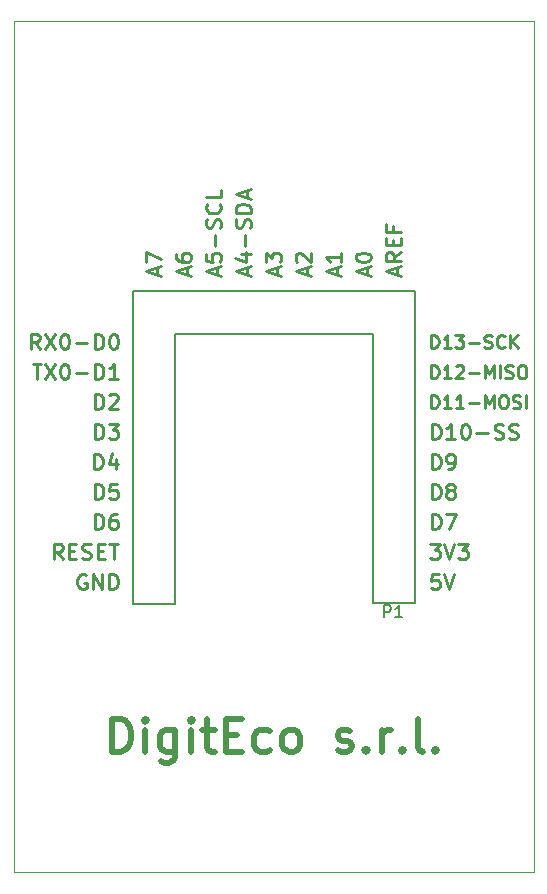
<source format=gbr>
G04 #@! TF.FileFunction,Legend,Top*
%FSLAX46Y46*%
G04 Gerber Fmt 4.6, Leading zero omitted, Abs format (unit mm)*
G04 Created by KiCad (PCBNEW 4.0.6) date 09/06/17 16:42:01*
%MOMM*%
%LPD*%
G01*
G04 APERTURE LIST*
%ADD10C,0.100000*%
%ADD11C,0.500000*%
%ADD12C,0.250000*%
%ADD13C,0.200000*%
%ADD14C,0.150000*%
G04 APERTURE END LIST*
D10*
D11*
X135923335Y-110786667D02*
X135923335Y-107986667D01*
X136590001Y-107986667D01*
X136990001Y-108120000D01*
X137256668Y-108386667D01*
X137390001Y-108653333D01*
X137523335Y-109186667D01*
X137523335Y-109586667D01*
X137390001Y-110120000D01*
X137256668Y-110386667D01*
X136990001Y-110653333D01*
X136590001Y-110786667D01*
X135923335Y-110786667D01*
X138723335Y-110786667D02*
X138723335Y-108920000D01*
X138723335Y-107986667D02*
X138590001Y-108120000D01*
X138723335Y-108253333D01*
X138856668Y-108120000D01*
X138723335Y-107986667D01*
X138723335Y-108253333D01*
X141256668Y-108920000D02*
X141256668Y-111186667D01*
X141123334Y-111453333D01*
X140990001Y-111586667D01*
X140723334Y-111720000D01*
X140323334Y-111720000D01*
X140056668Y-111586667D01*
X141256668Y-110653333D02*
X140990001Y-110786667D01*
X140456668Y-110786667D01*
X140190001Y-110653333D01*
X140056668Y-110520000D01*
X139923334Y-110253333D01*
X139923334Y-109453333D01*
X140056668Y-109186667D01*
X140190001Y-109053333D01*
X140456668Y-108920000D01*
X140990001Y-108920000D01*
X141256668Y-109053333D01*
X142590001Y-110786667D02*
X142590001Y-108920000D01*
X142590001Y-107986667D02*
X142456667Y-108120000D01*
X142590001Y-108253333D01*
X142723334Y-108120000D01*
X142590001Y-107986667D01*
X142590001Y-108253333D01*
X143523334Y-108920000D02*
X144590000Y-108920000D01*
X143923334Y-107986667D02*
X143923334Y-110386667D01*
X144056667Y-110653333D01*
X144323334Y-110786667D01*
X144590000Y-110786667D01*
X145523334Y-109320000D02*
X146456667Y-109320000D01*
X146856667Y-110786667D02*
X145523334Y-110786667D01*
X145523334Y-107986667D01*
X146856667Y-107986667D01*
X149256667Y-110653333D02*
X148990000Y-110786667D01*
X148456667Y-110786667D01*
X148190000Y-110653333D01*
X148056667Y-110520000D01*
X147923333Y-110253333D01*
X147923333Y-109453333D01*
X148056667Y-109186667D01*
X148190000Y-109053333D01*
X148456667Y-108920000D01*
X148990000Y-108920000D01*
X149256667Y-109053333D01*
X150856667Y-110786667D02*
X150590000Y-110653333D01*
X150456667Y-110520000D01*
X150323333Y-110253333D01*
X150323333Y-109453333D01*
X150456667Y-109186667D01*
X150590000Y-109053333D01*
X150856667Y-108920000D01*
X151256667Y-108920000D01*
X151523333Y-109053333D01*
X151656667Y-109186667D01*
X151790000Y-109453333D01*
X151790000Y-110253333D01*
X151656667Y-110520000D01*
X151523333Y-110653333D01*
X151256667Y-110786667D01*
X150856667Y-110786667D01*
X154989999Y-110653333D02*
X155256666Y-110786667D01*
X155789999Y-110786667D01*
X156056666Y-110653333D01*
X156189999Y-110386667D01*
X156189999Y-110253333D01*
X156056666Y-109986667D01*
X155789999Y-109853333D01*
X155389999Y-109853333D01*
X155123333Y-109720000D01*
X154989999Y-109453333D01*
X154989999Y-109320000D01*
X155123333Y-109053333D01*
X155389999Y-108920000D01*
X155789999Y-108920000D01*
X156056666Y-109053333D01*
X157390000Y-110520000D02*
X157523333Y-110653333D01*
X157390000Y-110786667D01*
X157256666Y-110653333D01*
X157390000Y-110520000D01*
X157390000Y-110786667D01*
X158723333Y-110786667D02*
X158723333Y-108920000D01*
X158723333Y-109453333D02*
X158856666Y-109186667D01*
X158989999Y-109053333D01*
X159256666Y-108920000D01*
X159523333Y-108920000D01*
X160456666Y-110520000D02*
X160589999Y-110653333D01*
X160456666Y-110786667D01*
X160323332Y-110653333D01*
X160456666Y-110520000D01*
X160456666Y-110786667D01*
X162189999Y-110786667D02*
X161923332Y-110653333D01*
X161789999Y-110386667D01*
X161789999Y-107986667D01*
X163256666Y-110520000D02*
X163389999Y-110653333D01*
X163256666Y-110786667D01*
X163123332Y-110653333D01*
X163256666Y-110520000D01*
X163256666Y-110786667D01*
D12*
X129778572Y-76688095D02*
X129345239Y-76069048D01*
X129035715Y-76688095D02*
X129035715Y-75388095D01*
X129530953Y-75388095D01*
X129654762Y-75450000D01*
X129716667Y-75511905D01*
X129778572Y-75635714D01*
X129778572Y-75821429D01*
X129716667Y-75945238D01*
X129654762Y-76007143D01*
X129530953Y-76069048D01*
X129035715Y-76069048D01*
X130211905Y-75388095D02*
X131078572Y-76688095D01*
X131078572Y-75388095D02*
X130211905Y-76688095D01*
X131821429Y-75388095D02*
X131945238Y-75388095D01*
X132069048Y-75450000D01*
X132130953Y-75511905D01*
X132192857Y-75635714D01*
X132254762Y-75883333D01*
X132254762Y-76192857D01*
X132192857Y-76440476D01*
X132130953Y-76564286D01*
X132069048Y-76626190D01*
X131945238Y-76688095D01*
X131821429Y-76688095D01*
X131697619Y-76626190D01*
X131635715Y-76564286D01*
X131573810Y-76440476D01*
X131511905Y-76192857D01*
X131511905Y-75883333D01*
X131573810Y-75635714D01*
X131635715Y-75511905D01*
X131697619Y-75450000D01*
X131821429Y-75388095D01*
X132811905Y-76192857D02*
X133802381Y-76192857D01*
X134421429Y-76688095D02*
X134421429Y-75388095D01*
X134730953Y-75388095D01*
X134916667Y-75450000D01*
X135040476Y-75573810D01*
X135102381Y-75697619D01*
X135164286Y-75945238D01*
X135164286Y-76130952D01*
X135102381Y-76378571D01*
X135040476Y-76502381D01*
X134916667Y-76626190D01*
X134730953Y-76688095D01*
X134421429Y-76688095D01*
X135969048Y-75388095D02*
X136092857Y-75388095D01*
X136216667Y-75450000D01*
X136278572Y-75511905D01*
X136340476Y-75635714D01*
X136402381Y-75883333D01*
X136402381Y-76192857D01*
X136340476Y-76440476D01*
X136278572Y-76564286D01*
X136216667Y-76626190D01*
X136092857Y-76688095D01*
X135969048Y-76688095D01*
X135845238Y-76626190D01*
X135783334Y-76564286D01*
X135721429Y-76440476D01*
X135659524Y-76192857D01*
X135659524Y-75883333D01*
X135721429Y-75635714D01*
X135783334Y-75511905D01*
X135845238Y-75450000D01*
X135969048Y-75388095D01*
X129159525Y-77928095D02*
X129902382Y-77928095D01*
X129530953Y-79228095D02*
X129530953Y-77928095D01*
X130211905Y-77928095D02*
X131078572Y-79228095D01*
X131078572Y-77928095D02*
X130211905Y-79228095D01*
X131821429Y-77928095D02*
X131945238Y-77928095D01*
X132069048Y-77990000D01*
X132130953Y-78051905D01*
X132192857Y-78175714D01*
X132254762Y-78423333D01*
X132254762Y-78732857D01*
X132192857Y-78980476D01*
X132130953Y-79104286D01*
X132069048Y-79166190D01*
X131945238Y-79228095D01*
X131821429Y-79228095D01*
X131697619Y-79166190D01*
X131635715Y-79104286D01*
X131573810Y-78980476D01*
X131511905Y-78732857D01*
X131511905Y-78423333D01*
X131573810Y-78175714D01*
X131635715Y-78051905D01*
X131697619Y-77990000D01*
X131821429Y-77928095D01*
X132811905Y-78732857D02*
X133802381Y-78732857D01*
X134421429Y-79228095D02*
X134421429Y-77928095D01*
X134730953Y-77928095D01*
X134916667Y-77990000D01*
X135040476Y-78113810D01*
X135102381Y-78237619D01*
X135164286Y-78485238D01*
X135164286Y-78670952D01*
X135102381Y-78918571D01*
X135040476Y-79042381D01*
X134916667Y-79166190D01*
X134730953Y-79228095D01*
X134421429Y-79228095D01*
X136402381Y-79228095D02*
X135659524Y-79228095D01*
X136030953Y-79228095D02*
X136030953Y-77928095D01*
X135907143Y-78113810D01*
X135783334Y-78237619D01*
X135659524Y-78299524D01*
X134421429Y-81768095D02*
X134421429Y-80468095D01*
X134730953Y-80468095D01*
X134916667Y-80530000D01*
X135040476Y-80653810D01*
X135102381Y-80777619D01*
X135164286Y-81025238D01*
X135164286Y-81210952D01*
X135102381Y-81458571D01*
X135040476Y-81582381D01*
X134916667Y-81706190D01*
X134730953Y-81768095D01*
X134421429Y-81768095D01*
X135659524Y-80591905D02*
X135721429Y-80530000D01*
X135845238Y-80468095D01*
X136154762Y-80468095D01*
X136278572Y-80530000D01*
X136340476Y-80591905D01*
X136402381Y-80715714D01*
X136402381Y-80839524D01*
X136340476Y-81025238D01*
X135597619Y-81768095D01*
X136402381Y-81768095D01*
X134421429Y-84308095D02*
X134421429Y-83008095D01*
X134730953Y-83008095D01*
X134916667Y-83070000D01*
X135040476Y-83193810D01*
X135102381Y-83317619D01*
X135164286Y-83565238D01*
X135164286Y-83750952D01*
X135102381Y-83998571D01*
X135040476Y-84122381D01*
X134916667Y-84246190D01*
X134730953Y-84308095D01*
X134421429Y-84308095D01*
X135597619Y-83008095D02*
X136402381Y-83008095D01*
X135969048Y-83503333D01*
X136154762Y-83503333D01*
X136278572Y-83565238D01*
X136340476Y-83627143D01*
X136402381Y-83750952D01*
X136402381Y-84060476D01*
X136340476Y-84184286D01*
X136278572Y-84246190D01*
X136154762Y-84308095D01*
X135783334Y-84308095D01*
X135659524Y-84246190D01*
X135597619Y-84184286D01*
X134361429Y-86848095D02*
X134361429Y-85548095D01*
X134670953Y-85548095D01*
X134856667Y-85610000D01*
X134980476Y-85733810D01*
X135042381Y-85857619D01*
X135104286Y-86105238D01*
X135104286Y-86290952D01*
X135042381Y-86538571D01*
X134980476Y-86662381D01*
X134856667Y-86786190D01*
X134670953Y-86848095D01*
X134361429Y-86848095D01*
X136218572Y-85981429D02*
X136218572Y-86848095D01*
X135909048Y-85486190D02*
X135599524Y-86414762D01*
X136404286Y-86414762D01*
X134421429Y-89388095D02*
X134421429Y-88088095D01*
X134730953Y-88088095D01*
X134916667Y-88150000D01*
X135040476Y-88273810D01*
X135102381Y-88397619D01*
X135164286Y-88645238D01*
X135164286Y-88830952D01*
X135102381Y-89078571D01*
X135040476Y-89202381D01*
X134916667Y-89326190D01*
X134730953Y-89388095D01*
X134421429Y-89388095D01*
X136340476Y-88088095D02*
X135721429Y-88088095D01*
X135659524Y-88707143D01*
X135721429Y-88645238D01*
X135845238Y-88583333D01*
X136154762Y-88583333D01*
X136278572Y-88645238D01*
X136340476Y-88707143D01*
X136402381Y-88830952D01*
X136402381Y-89140476D01*
X136340476Y-89264286D01*
X136278572Y-89326190D01*
X136154762Y-89388095D01*
X135845238Y-89388095D01*
X135721429Y-89326190D01*
X135659524Y-89264286D01*
X134421429Y-91928095D02*
X134421429Y-90628095D01*
X134730953Y-90628095D01*
X134916667Y-90690000D01*
X135040476Y-90813810D01*
X135102381Y-90937619D01*
X135164286Y-91185238D01*
X135164286Y-91370952D01*
X135102381Y-91618571D01*
X135040476Y-91742381D01*
X134916667Y-91866190D01*
X134730953Y-91928095D01*
X134421429Y-91928095D01*
X136278572Y-90628095D02*
X136030953Y-90628095D01*
X135907143Y-90690000D01*
X135845238Y-90751905D01*
X135721429Y-90937619D01*
X135659524Y-91185238D01*
X135659524Y-91680476D01*
X135721429Y-91804286D01*
X135783334Y-91866190D01*
X135907143Y-91928095D01*
X136154762Y-91928095D01*
X136278572Y-91866190D01*
X136340476Y-91804286D01*
X136402381Y-91680476D01*
X136402381Y-91370952D01*
X136340476Y-91247143D01*
X136278572Y-91185238D01*
X136154762Y-91123333D01*
X135907143Y-91123333D01*
X135783334Y-91185238D01*
X135721429Y-91247143D01*
X135659524Y-91370952D01*
X131701430Y-94458095D02*
X131268097Y-93839048D01*
X130958573Y-94458095D02*
X130958573Y-93158095D01*
X131453811Y-93158095D01*
X131577620Y-93220000D01*
X131639525Y-93281905D01*
X131701430Y-93405714D01*
X131701430Y-93591429D01*
X131639525Y-93715238D01*
X131577620Y-93777143D01*
X131453811Y-93839048D01*
X130958573Y-93839048D01*
X132258573Y-93777143D02*
X132691906Y-93777143D01*
X132877620Y-94458095D02*
X132258573Y-94458095D01*
X132258573Y-93158095D01*
X132877620Y-93158095D01*
X133372858Y-94396190D02*
X133558572Y-94458095D01*
X133868096Y-94458095D01*
X133991906Y-94396190D01*
X134053810Y-94334286D01*
X134115715Y-94210476D01*
X134115715Y-94086667D01*
X134053810Y-93962857D01*
X133991906Y-93900952D01*
X133868096Y-93839048D01*
X133620477Y-93777143D01*
X133496668Y-93715238D01*
X133434763Y-93653333D01*
X133372858Y-93529524D01*
X133372858Y-93405714D01*
X133434763Y-93281905D01*
X133496668Y-93220000D01*
X133620477Y-93158095D01*
X133930001Y-93158095D01*
X134115715Y-93220000D01*
X134672858Y-93777143D02*
X135106191Y-93777143D01*
X135291905Y-94458095D02*
X134672858Y-94458095D01*
X134672858Y-93158095D01*
X135291905Y-93158095D01*
X135663334Y-93158095D02*
X136406191Y-93158095D01*
X136034762Y-94458095D02*
X136034762Y-93158095D01*
X133678571Y-95770000D02*
X133554762Y-95708095D01*
X133369047Y-95708095D01*
X133183333Y-95770000D01*
X133059524Y-95893810D01*
X132997619Y-96017619D01*
X132935714Y-96265238D01*
X132935714Y-96450952D01*
X132997619Y-96698571D01*
X133059524Y-96822381D01*
X133183333Y-96946190D01*
X133369047Y-97008095D01*
X133492857Y-97008095D01*
X133678571Y-96946190D01*
X133740476Y-96884286D01*
X133740476Y-96450952D01*
X133492857Y-96450952D01*
X134297619Y-97008095D02*
X134297619Y-95708095D01*
X135040476Y-97008095D01*
X135040476Y-95708095D01*
X135659524Y-97008095D02*
X135659524Y-95708095D01*
X135969048Y-95708095D01*
X136154762Y-95770000D01*
X136278571Y-95893810D01*
X136340476Y-96017619D01*
X136402381Y-96265238D01*
X136402381Y-96450952D01*
X136340476Y-96698571D01*
X136278571Y-96822381D01*
X136154762Y-96946190D01*
X135969048Y-97008095D01*
X135659524Y-97008095D01*
X139666667Y-70382381D02*
X139666667Y-69763333D01*
X140038095Y-70506190D02*
X138738095Y-70072857D01*
X140038095Y-69639524D01*
X138738095Y-69330000D02*
X138738095Y-68463333D01*
X140038095Y-69020476D01*
X142206667Y-70382381D02*
X142206667Y-69763333D01*
X142578095Y-70506190D02*
X141278095Y-70072857D01*
X142578095Y-69639524D01*
X141278095Y-68649047D02*
X141278095Y-68896666D01*
X141340000Y-69020476D01*
X141401905Y-69082381D01*
X141587619Y-69206190D01*
X141835238Y-69268095D01*
X142330476Y-69268095D01*
X142454286Y-69206190D01*
X142516190Y-69144285D01*
X142578095Y-69020476D01*
X142578095Y-68772857D01*
X142516190Y-68649047D01*
X142454286Y-68587143D01*
X142330476Y-68525238D01*
X142020952Y-68525238D01*
X141897143Y-68587143D01*
X141835238Y-68649047D01*
X141773333Y-68772857D01*
X141773333Y-69020476D01*
X141835238Y-69144285D01*
X141897143Y-69206190D01*
X142020952Y-69268095D01*
X144756667Y-70382381D02*
X144756667Y-69763333D01*
X145128095Y-70506190D02*
X143828095Y-70072857D01*
X145128095Y-69639524D01*
X143828095Y-68587143D02*
X143828095Y-69206190D01*
X144447143Y-69268095D01*
X144385238Y-69206190D01*
X144323333Y-69082381D01*
X144323333Y-68772857D01*
X144385238Y-68649047D01*
X144447143Y-68587143D01*
X144570952Y-68525238D01*
X144880476Y-68525238D01*
X145004286Y-68587143D01*
X145066190Y-68649047D01*
X145128095Y-68772857D01*
X145128095Y-69082381D01*
X145066190Y-69206190D01*
X145004286Y-69268095D01*
X144632857Y-67968095D02*
X144632857Y-66977619D01*
X145066190Y-66420476D02*
X145128095Y-66234762D01*
X145128095Y-65925238D01*
X145066190Y-65801428D01*
X145004286Y-65739524D01*
X144880476Y-65677619D01*
X144756667Y-65677619D01*
X144632857Y-65739524D01*
X144570952Y-65801428D01*
X144509048Y-65925238D01*
X144447143Y-66172857D01*
X144385238Y-66296666D01*
X144323333Y-66358571D01*
X144199524Y-66420476D01*
X144075714Y-66420476D01*
X143951905Y-66358571D01*
X143890000Y-66296666D01*
X143828095Y-66172857D01*
X143828095Y-65863333D01*
X143890000Y-65677619D01*
X145004286Y-64377619D02*
X145066190Y-64439524D01*
X145128095Y-64625238D01*
X145128095Y-64749048D01*
X145066190Y-64934762D01*
X144942381Y-65058571D01*
X144818571Y-65120476D01*
X144570952Y-65182381D01*
X144385238Y-65182381D01*
X144137619Y-65120476D01*
X144013810Y-65058571D01*
X143890000Y-64934762D01*
X143828095Y-64749048D01*
X143828095Y-64625238D01*
X143890000Y-64439524D01*
X143951905Y-64377619D01*
X145128095Y-63201429D02*
X145128095Y-63820476D01*
X143828095Y-63820476D01*
X147286667Y-70382381D02*
X147286667Y-69763333D01*
X147658095Y-70506190D02*
X146358095Y-70072857D01*
X147658095Y-69639524D01*
X146791429Y-68649047D02*
X147658095Y-68649047D01*
X146296190Y-68958571D02*
X147224762Y-69268095D01*
X147224762Y-68463333D01*
X147162857Y-67968095D02*
X147162857Y-66977619D01*
X147596190Y-66420476D02*
X147658095Y-66234762D01*
X147658095Y-65925238D01*
X147596190Y-65801428D01*
X147534286Y-65739524D01*
X147410476Y-65677619D01*
X147286667Y-65677619D01*
X147162857Y-65739524D01*
X147100952Y-65801428D01*
X147039048Y-65925238D01*
X146977143Y-66172857D01*
X146915238Y-66296666D01*
X146853333Y-66358571D01*
X146729524Y-66420476D01*
X146605714Y-66420476D01*
X146481905Y-66358571D01*
X146420000Y-66296666D01*
X146358095Y-66172857D01*
X146358095Y-65863333D01*
X146420000Y-65677619D01*
X147658095Y-65120476D02*
X146358095Y-65120476D01*
X146358095Y-64810952D01*
X146420000Y-64625238D01*
X146543810Y-64501429D01*
X146667619Y-64439524D01*
X146915238Y-64377619D01*
X147100952Y-64377619D01*
X147348571Y-64439524D01*
X147472381Y-64501429D01*
X147596190Y-64625238D01*
X147658095Y-64810952D01*
X147658095Y-65120476D01*
X147286667Y-63882381D02*
X147286667Y-63263333D01*
X147658095Y-64006190D02*
X146358095Y-63572857D01*
X147658095Y-63139524D01*
X149826667Y-70382381D02*
X149826667Y-69763333D01*
X150198095Y-70506190D02*
X148898095Y-70072857D01*
X150198095Y-69639524D01*
X148898095Y-69330000D02*
X148898095Y-68525238D01*
X149393333Y-68958571D01*
X149393333Y-68772857D01*
X149455238Y-68649047D01*
X149517143Y-68587143D01*
X149640952Y-68525238D01*
X149950476Y-68525238D01*
X150074286Y-68587143D01*
X150136190Y-68649047D01*
X150198095Y-68772857D01*
X150198095Y-69144285D01*
X150136190Y-69268095D01*
X150074286Y-69330000D01*
X152366667Y-70382381D02*
X152366667Y-69763333D01*
X152738095Y-70506190D02*
X151438095Y-70072857D01*
X152738095Y-69639524D01*
X151561905Y-69268095D02*
X151500000Y-69206190D01*
X151438095Y-69082381D01*
X151438095Y-68772857D01*
X151500000Y-68649047D01*
X151561905Y-68587143D01*
X151685714Y-68525238D01*
X151809524Y-68525238D01*
X151995238Y-68587143D01*
X152738095Y-69330000D01*
X152738095Y-68525238D01*
X154906667Y-70382381D02*
X154906667Y-69763333D01*
X155278095Y-70506190D02*
X153978095Y-70072857D01*
X155278095Y-69639524D01*
X155278095Y-68525238D02*
X155278095Y-69268095D01*
X155278095Y-68896666D02*
X153978095Y-68896666D01*
X154163810Y-69020476D01*
X154287619Y-69144285D01*
X154349524Y-69268095D01*
X157446667Y-70382381D02*
X157446667Y-69763333D01*
X157818095Y-70506190D02*
X156518095Y-70072857D01*
X157818095Y-69639524D01*
X156518095Y-68958571D02*
X156518095Y-68834762D01*
X156580000Y-68710952D01*
X156641905Y-68649047D01*
X156765714Y-68587143D01*
X157013333Y-68525238D01*
X157322857Y-68525238D01*
X157570476Y-68587143D01*
X157694286Y-68649047D01*
X157756190Y-68710952D01*
X157818095Y-68834762D01*
X157818095Y-68958571D01*
X157756190Y-69082381D01*
X157694286Y-69144285D01*
X157570476Y-69206190D01*
X157322857Y-69268095D01*
X157013333Y-69268095D01*
X156765714Y-69206190D01*
X156641905Y-69144285D01*
X156580000Y-69082381D01*
X156518095Y-68958571D01*
X159986667Y-70382381D02*
X159986667Y-69763333D01*
X160358095Y-70506190D02*
X159058095Y-70072857D01*
X160358095Y-69639524D01*
X160358095Y-68463333D02*
X159739048Y-68896666D01*
X160358095Y-69206190D02*
X159058095Y-69206190D01*
X159058095Y-68710952D01*
X159120000Y-68587143D01*
X159181905Y-68525238D01*
X159305714Y-68463333D01*
X159491429Y-68463333D01*
X159615238Y-68525238D01*
X159677143Y-68587143D01*
X159739048Y-68710952D01*
X159739048Y-69206190D01*
X159677143Y-67906190D02*
X159677143Y-67472857D01*
X160358095Y-67287143D02*
X160358095Y-67906190D01*
X159058095Y-67906190D01*
X159058095Y-67287143D01*
X159677143Y-66296667D02*
X159677143Y-66730000D01*
X160358095Y-66730000D02*
X159058095Y-66730000D01*
X159058095Y-66110953D01*
X162921905Y-76587619D02*
X162921905Y-75487619D01*
X163183810Y-75487619D01*
X163340952Y-75540000D01*
X163445714Y-75644762D01*
X163498095Y-75749524D01*
X163550476Y-75959048D01*
X163550476Y-76116190D01*
X163498095Y-76325714D01*
X163445714Y-76430476D01*
X163340952Y-76535238D01*
X163183810Y-76587619D01*
X162921905Y-76587619D01*
X164598095Y-76587619D02*
X163969524Y-76587619D01*
X164283810Y-76587619D02*
X164283810Y-75487619D01*
X164179048Y-75644762D01*
X164074286Y-75749524D01*
X163969524Y-75801905D01*
X164964762Y-75487619D02*
X165645714Y-75487619D01*
X165279048Y-75906667D01*
X165436190Y-75906667D01*
X165540952Y-75959048D01*
X165593333Y-76011429D01*
X165645714Y-76116190D01*
X165645714Y-76378095D01*
X165593333Y-76482857D01*
X165540952Y-76535238D01*
X165436190Y-76587619D01*
X165121905Y-76587619D01*
X165017143Y-76535238D01*
X164964762Y-76482857D01*
X166117143Y-76168571D02*
X166955238Y-76168571D01*
X167426667Y-76535238D02*
X167583810Y-76587619D01*
X167845714Y-76587619D01*
X167950476Y-76535238D01*
X168002857Y-76482857D01*
X168055238Y-76378095D01*
X168055238Y-76273333D01*
X168002857Y-76168571D01*
X167950476Y-76116190D01*
X167845714Y-76063810D01*
X167636191Y-76011429D01*
X167531429Y-75959048D01*
X167479048Y-75906667D01*
X167426667Y-75801905D01*
X167426667Y-75697143D01*
X167479048Y-75592381D01*
X167531429Y-75540000D01*
X167636191Y-75487619D01*
X167898095Y-75487619D01*
X168055238Y-75540000D01*
X169155238Y-76482857D02*
X169102857Y-76535238D01*
X168945714Y-76587619D01*
X168840952Y-76587619D01*
X168683810Y-76535238D01*
X168579048Y-76430476D01*
X168526667Y-76325714D01*
X168474286Y-76116190D01*
X168474286Y-75959048D01*
X168526667Y-75749524D01*
X168579048Y-75644762D01*
X168683810Y-75540000D01*
X168840952Y-75487619D01*
X168945714Y-75487619D01*
X169102857Y-75540000D01*
X169155238Y-75592381D01*
X169626667Y-76587619D02*
X169626667Y-75487619D01*
X170255238Y-76587619D02*
X169783810Y-75959048D01*
X170255238Y-75487619D02*
X169626667Y-76116190D01*
X162911905Y-79137619D02*
X162911905Y-78037619D01*
X163173810Y-78037619D01*
X163330952Y-78090000D01*
X163435714Y-78194762D01*
X163488095Y-78299524D01*
X163540476Y-78509048D01*
X163540476Y-78666190D01*
X163488095Y-78875714D01*
X163435714Y-78980476D01*
X163330952Y-79085238D01*
X163173810Y-79137619D01*
X162911905Y-79137619D01*
X164588095Y-79137619D02*
X163959524Y-79137619D01*
X164273810Y-79137619D02*
X164273810Y-78037619D01*
X164169048Y-78194762D01*
X164064286Y-78299524D01*
X163959524Y-78351905D01*
X165007143Y-78142381D02*
X165059524Y-78090000D01*
X165164286Y-78037619D01*
X165426190Y-78037619D01*
X165530952Y-78090000D01*
X165583333Y-78142381D01*
X165635714Y-78247143D01*
X165635714Y-78351905D01*
X165583333Y-78509048D01*
X164954762Y-79137619D01*
X165635714Y-79137619D01*
X166107143Y-78718571D02*
X166945238Y-78718571D01*
X167469048Y-79137619D02*
X167469048Y-78037619D01*
X167835714Y-78823333D01*
X168202381Y-78037619D01*
X168202381Y-79137619D01*
X168726191Y-79137619D02*
X168726191Y-78037619D01*
X169197620Y-79085238D02*
X169354763Y-79137619D01*
X169616667Y-79137619D01*
X169721429Y-79085238D01*
X169773810Y-79032857D01*
X169826191Y-78928095D01*
X169826191Y-78823333D01*
X169773810Y-78718571D01*
X169721429Y-78666190D01*
X169616667Y-78613810D01*
X169407144Y-78561429D01*
X169302382Y-78509048D01*
X169250001Y-78456667D01*
X169197620Y-78351905D01*
X169197620Y-78247143D01*
X169250001Y-78142381D01*
X169302382Y-78090000D01*
X169407144Y-78037619D01*
X169669048Y-78037619D01*
X169826191Y-78090000D01*
X170507144Y-78037619D02*
X170716667Y-78037619D01*
X170821429Y-78090000D01*
X170926191Y-78194762D01*
X170978572Y-78404286D01*
X170978572Y-78770952D01*
X170926191Y-78980476D01*
X170821429Y-79085238D01*
X170716667Y-79137619D01*
X170507144Y-79137619D01*
X170402382Y-79085238D01*
X170297620Y-78980476D01*
X170245239Y-78770952D01*
X170245239Y-78404286D01*
X170297620Y-78194762D01*
X170402382Y-78090000D01*
X170507144Y-78037619D01*
X162911905Y-81677619D02*
X162911905Y-80577619D01*
X163173810Y-80577619D01*
X163330952Y-80630000D01*
X163435714Y-80734762D01*
X163488095Y-80839524D01*
X163540476Y-81049048D01*
X163540476Y-81206190D01*
X163488095Y-81415714D01*
X163435714Y-81520476D01*
X163330952Y-81625238D01*
X163173810Y-81677619D01*
X162911905Y-81677619D01*
X164588095Y-81677619D02*
X163959524Y-81677619D01*
X164273810Y-81677619D02*
X164273810Y-80577619D01*
X164169048Y-80734762D01*
X164064286Y-80839524D01*
X163959524Y-80891905D01*
X165635714Y-81677619D02*
X165007143Y-81677619D01*
X165321429Y-81677619D02*
X165321429Y-80577619D01*
X165216667Y-80734762D01*
X165111905Y-80839524D01*
X165007143Y-80891905D01*
X166107143Y-81258571D02*
X166945238Y-81258571D01*
X167469048Y-81677619D02*
X167469048Y-80577619D01*
X167835714Y-81363333D01*
X168202381Y-80577619D01*
X168202381Y-81677619D01*
X168935715Y-80577619D02*
X169145238Y-80577619D01*
X169250000Y-80630000D01*
X169354762Y-80734762D01*
X169407143Y-80944286D01*
X169407143Y-81310952D01*
X169354762Y-81520476D01*
X169250000Y-81625238D01*
X169145238Y-81677619D01*
X168935715Y-81677619D01*
X168830953Y-81625238D01*
X168726191Y-81520476D01*
X168673810Y-81310952D01*
X168673810Y-80944286D01*
X168726191Y-80734762D01*
X168830953Y-80630000D01*
X168935715Y-80577619D01*
X169826191Y-81625238D02*
X169983334Y-81677619D01*
X170245238Y-81677619D01*
X170350000Y-81625238D01*
X170402381Y-81572857D01*
X170454762Y-81468095D01*
X170454762Y-81363333D01*
X170402381Y-81258571D01*
X170350000Y-81206190D01*
X170245238Y-81153810D01*
X170035715Y-81101429D01*
X169930953Y-81049048D01*
X169878572Y-80996667D01*
X169826191Y-80891905D01*
X169826191Y-80787143D01*
X169878572Y-80682381D01*
X169930953Y-80630000D01*
X170035715Y-80577619D01*
X170297619Y-80577619D01*
X170454762Y-80630000D01*
X170926191Y-81677619D02*
X170926191Y-80577619D01*
X162959524Y-84308095D02*
X162959524Y-83008095D01*
X163269048Y-83008095D01*
X163454762Y-83070000D01*
X163578571Y-83193810D01*
X163640476Y-83317619D01*
X163702381Y-83565238D01*
X163702381Y-83750952D01*
X163640476Y-83998571D01*
X163578571Y-84122381D01*
X163454762Y-84246190D01*
X163269048Y-84308095D01*
X162959524Y-84308095D01*
X164940476Y-84308095D02*
X164197619Y-84308095D01*
X164569048Y-84308095D02*
X164569048Y-83008095D01*
X164445238Y-83193810D01*
X164321429Y-83317619D01*
X164197619Y-83379524D01*
X165745238Y-83008095D02*
X165869047Y-83008095D01*
X165992857Y-83070000D01*
X166054762Y-83131905D01*
X166116666Y-83255714D01*
X166178571Y-83503333D01*
X166178571Y-83812857D01*
X166116666Y-84060476D01*
X166054762Y-84184286D01*
X165992857Y-84246190D01*
X165869047Y-84308095D01*
X165745238Y-84308095D01*
X165621428Y-84246190D01*
X165559524Y-84184286D01*
X165497619Y-84060476D01*
X165435714Y-83812857D01*
X165435714Y-83503333D01*
X165497619Y-83255714D01*
X165559524Y-83131905D01*
X165621428Y-83070000D01*
X165745238Y-83008095D01*
X166735714Y-83812857D02*
X167726190Y-83812857D01*
X168283333Y-84246190D02*
X168469047Y-84308095D01*
X168778571Y-84308095D01*
X168902381Y-84246190D01*
X168964285Y-84184286D01*
X169026190Y-84060476D01*
X169026190Y-83936667D01*
X168964285Y-83812857D01*
X168902381Y-83750952D01*
X168778571Y-83689048D01*
X168530952Y-83627143D01*
X168407143Y-83565238D01*
X168345238Y-83503333D01*
X168283333Y-83379524D01*
X168283333Y-83255714D01*
X168345238Y-83131905D01*
X168407143Y-83070000D01*
X168530952Y-83008095D01*
X168840476Y-83008095D01*
X169026190Y-83070000D01*
X169521428Y-84246190D02*
X169707142Y-84308095D01*
X170016666Y-84308095D01*
X170140476Y-84246190D01*
X170202380Y-84184286D01*
X170264285Y-84060476D01*
X170264285Y-83936667D01*
X170202380Y-83812857D01*
X170140476Y-83750952D01*
X170016666Y-83689048D01*
X169769047Y-83627143D01*
X169645238Y-83565238D01*
X169583333Y-83503333D01*
X169521428Y-83379524D01*
X169521428Y-83255714D01*
X169583333Y-83131905D01*
X169645238Y-83070000D01*
X169769047Y-83008095D01*
X170078571Y-83008095D01*
X170264285Y-83070000D01*
X162959524Y-86848095D02*
X162959524Y-85548095D01*
X163269048Y-85548095D01*
X163454762Y-85610000D01*
X163578571Y-85733810D01*
X163640476Y-85857619D01*
X163702381Y-86105238D01*
X163702381Y-86290952D01*
X163640476Y-86538571D01*
X163578571Y-86662381D01*
X163454762Y-86786190D01*
X163269048Y-86848095D01*
X162959524Y-86848095D01*
X164321429Y-86848095D02*
X164569048Y-86848095D01*
X164692857Y-86786190D01*
X164754762Y-86724286D01*
X164878571Y-86538571D01*
X164940476Y-86290952D01*
X164940476Y-85795714D01*
X164878571Y-85671905D01*
X164816667Y-85610000D01*
X164692857Y-85548095D01*
X164445238Y-85548095D01*
X164321429Y-85610000D01*
X164259524Y-85671905D01*
X164197619Y-85795714D01*
X164197619Y-86105238D01*
X164259524Y-86229048D01*
X164321429Y-86290952D01*
X164445238Y-86352857D01*
X164692857Y-86352857D01*
X164816667Y-86290952D01*
X164878571Y-86229048D01*
X164940476Y-86105238D01*
X162959524Y-89388095D02*
X162959524Y-88088095D01*
X163269048Y-88088095D01*
X163454762Y-88150000D01*
X163578571Y-88273810D01*
X163640476Y-88397619D01*
X163702381Y-88645238D01*
X163702381Y-88830952D01*
X163640476Y-89078571D01*
X163578571Y-89202381D01*
X163454762Y-89326190D01*
X163269048Y-89388095D01*
X162959524Y-89388095D01*
X164445238Y-88645238D02*
X164321429Y-88583333D01*
X164259524Y-88521429D01*
X164197619Y-88397619D01*
X164197619Y-88335714D01*
X164259524Y-88211905D01*
X164321429Y-88150000D01*
X164445238Y-88088095D01*
X164692857Y-88088095D01*
X164816667Y-88150000D01*
X164878571Y-88211905D01*
X164940476Y-88335714D01*
X164940476Y-88397619D01*
X164878571Y-88521429D01*
X164816667Y-88583333D01*
X164692857Y-88645238D01*
X164445238Y-88645238D01*
X164321429Y-88707143D01*
X164259524Y-88769048D01*
X164197619Y-88892857D01*
X164197619Y-89140476D01*
X164259524Y-89264286D01*
X164321429Y-89326190D01*
X164445238Y-89388095D01*
X164692857Y-89388095D01*
X164816667Y-89326190D01*
X164878571Y-89264286D01*
X164940476Y-89140476D01*
X164940476Y-88892857D01*
X164878571Y-88769048D01*
X164816667Y-88707143D01*
X164692857Y-88645238D01*
X162959524Y-91928095D02*
X162959524Y-90628095D01*
X163269048Y-90628095D01*
X163454762Y-90690000D01*
X163578571Y-90813810D01*
X163640476Y-90937619D01*
X163702381Y-91185238D01*
X163702381Y-91370952D01*
X163640476Y-91618571D01*
X163578571Y-91742381D01*
X163454762Y-91866190D01*
X163269048Y-91928095D01*
X162959524Y-91928095D01*
X164135714Y-90628095D02*
X165002381Y-90628095D01*
X164445238Y-91928095D01*
X162835714Y-93168095D02*
X163640476Y-93168095D01*
X163207143Y-93663333D01*
X163392857Y-93663333D01*
X163516667Y-93725238D01*
X163578571Y-93787143D01*
X163640476Y-93910952D01*
X163640476Y-94220476D01*
X163578571Y-94344286D01*
X163516667Y-94406190D01*
X163392857Y-94468095D01*
X163021429Y-94468095D01*
X162897619Y-94406190D01*
X162835714Y-94344286D01*
X164011905Y-93168095D02*
X164445238Y-94468095D01*
X164878571Y-93168095D01*
X165188095Y-93168095D02*
X165992857Y-93168095D01*
X165559524Y-93663333D01*
X165745238Y-93663333D01*
X165869048Y-93725238D01*
X165930952Y-93787143D01*
X165992857Y-93910952D01*
X165992857Y-94220476D01*
X165930952Y-94344286D01*
X165869048Y-94406190D01*
X165745238Y-94468095D01*
X165373810Y-94468095D01*
X165250000Y-94406190D01*
X165188095Y-94344286D01*
X163568571Y-95708095D02*
X162949524Y-95708095D01*
X162887619Y-96327143D01*
X162949524Y-96265238D01*
X163073333Y-96203333D01*
X163382857Y-96203333D01*
X163506667Y-96265238D01*
X163568571Y-96327143D01*
X163630476Y-96450952D01*
X163630476Y-96760476D01*
X163568571Y-96884286D01*
X163506667Y-96946190D01*
X163382857Y-97008095D01*
X163073333Y-97008095D01*
X162949524Y-96946190D01*
X162887619Y-96884286D01*
X164001905Y-95708095D02*
X164435238Y-97008095D01*
X164868571Y-95708095D01*
D10*
X171600000Y-48920000D02*
X127560000Y-48920000D01*
X171600000Y-120960000D02*
X171600000Y-48920000D01*
X127560000Y-120960000D02*
X171600000Y-120960000D01*
X127560000Y-48920000D02*
X127560000Y-120960000D01*
D13*
X161570000Y-71750000D02*
X137650000Y-71750000D01*
X161570000Y-98200000D02*
X161570000Y-71750000D01*
X157970000Y-98200000D02*
X161570000Y-98200000D01*
X157970000Y-75370000D02*
X157970000Y-98200000D01*
X141250000Y-75370000D02*
X157970000Y-75370000D01*
X141250000Y-98220000D02*
X141250000Y-75370000D01*
X137650000Y-98220000D02*
X141250000Y-98220000D01*
X137650000Y-71750000D02*
X137650000Y-98220000D01*
D14*
X158931905Y-99372381D02*
X158931905Y-98372381D01*
X159312858Y-98372381D01*
X159408096Y-98420000D01*
X159455715Y-98467619D01*
X159503334Y-98562857D01*
X159503334Y-98705714D01*
X159455715Y-98800952D01*
X159408096Y-98848571D01*
X159312858Y-98896190D01*
X158931905Y-98896190D01*
X160455715Y-99372381D02*
X159884286Y-99372381D01*
X160170000Y-99372381D02*
X160170000Y-98372381D01*
X160074762Y-98515238D01*
X159979524Y-98610476D01*
X159884286Y-98658095D01*
M02*

</source>
